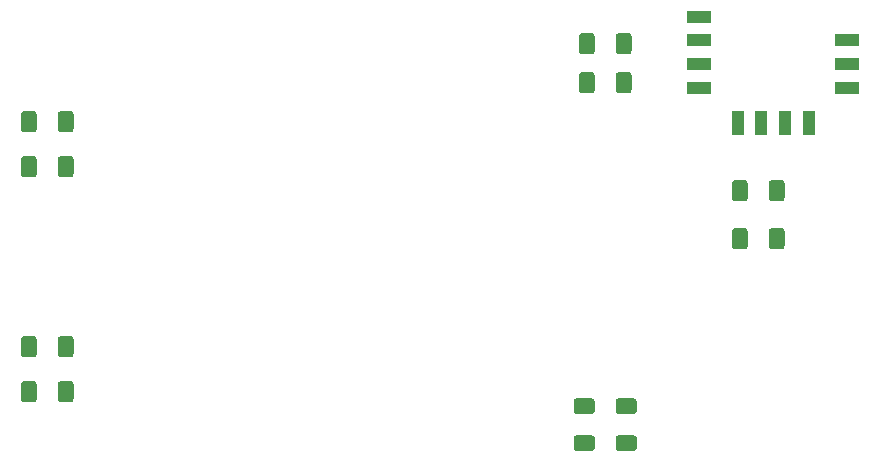
<source format=gtp>
G04 #@! TF.GenerationSoftware,KiCad,Pcbnew,(5.1.10)-1*
G04 #@! TF.CreationDate,2021-11-19T16:29:16+01:00*
G04 #@! TF.ProjectId,WeatherStation,57656174-6865-4725-9374-6174696f6e2e,rev?*
G04 #@! TF.SameCoordinates,Original*
G04 #@! TF.FileFunction,Paste,Top*
G04 #@! TF.FilePolarity,Positive*
%FSLAX46Y46*%
G04 Gerber Fmt 4.6, Leading zero omitted, Abs format (unit mm)*
G04 Created by KiCad (PCBNEW (5.1.10)-1) date 2021-11-19 16:29:16*
%MOMM*%
%LPD*%
G01*
G04 APERTURE LIST*
%ADD10R,2.000000X1.000000*%
%ADD11R,1.000000X2.000000*%
G04 APERTURE END LIST*
G36*
G01*
X91043999Y-92594000D02*
X92344001Y-92594000D01*
G75*
G02*
X92594000Y-92843999I0J-249999D01*
G01*
X92594000Y-93669001D01*
G75*
G02*
X92344001Y-93919000I-249999J0D01*
G01*
X91043999Y-93919000D01*
G75*
G02*
X90794000Y-93669001I0J249999D01*
G01*
X90794000Y-92843999D01*
G75*
G02*
X91043999Y-92594000I249999J0D01*
G01*
G37*
G36*
G01*
X91043999Y-89469000D02*
X92344001Y-89469000D01*
G75*
G02*
X92594000Y-89718999I0J-249999D01*
G01*
X92594000Y-90544001D01*
G75*
G02*
X92344001Y-90794000I-249999J0D01*
G01*
X91043999Y-90794000D01*
G75*
G02*
X90794000Y-90544001I0J249999D01*
G01*
X90794000Y-89718999D01*
G75*
G02*
X91043999Y-89469000I249999J0D01*
G01*
G37*
G36*
G01*
X90816000Y-63388001D02*
X90816000Y-62087999D01*
G75*
G02*
X91065999Y-61838000I249999J0D01*
G01*
X91891001Y-61838000D01*
G75*
G02*
X92141000Y-62087999I0J-249999D01*
G01*
X92141000Y-63388001D01*
G75*
G02*
X91891001Y-63638000I-249999J0D01*
G01*
X91065999Y-63638000D01*
G75*
G02*
X90816000Y-63388001I0J249999D01*
G01*
G37*
G36*
G01*
X87691000Y-63388001D02*
X87691000Y-62087999D01*
G75*
G02*
X87940999Y-61838000I249999J0D01*
G01*
X88766001Y-61838000D01*
G75*
G02*
X89016000Y-62087999I0J-249999D01*
G01*
X89016000Y-63388001D01*
G75*
G02*
X88766001Y-63638000I-249999J0D01*
G01*
X87940999Y-63638000D01*
G75*
G02*
X87691000Y-63388001I0J249999D01*
G01*
G37*
G36*
G01*
X87487999Y-92594000D02*
X88788001Y-92594000D01*
G75*
G02*
X89038000Y-92843999I0J-249999D01*
G01*
X89038000Y-93669001D01*
G75*
G02*
X88788001Y-93919000I-249999J0D01*
G01*
X87487999Y-93919000D01*
G75*
G02*
X87238000Y-93669001I0J249999D01*
G01*
X87238000Y-92843999D01*
G75*
G02*
X87487999Y-92594000I249999J0D01*
G01*
G37*
G36*
G01*
X87487999Y-89469000D02*
X88788001Y-89469000D01*
G75*
G02*
X89038000Y-89718999I0J-249999D01*
G01*
X89038000Y-90544001D01*
G75*
G02*
X88788001Y-90794000I-249999J0D01*
G01*
X87487999Y-90794000D01*
G75*
G02*
X87238000Y-90544001I0J249999D01*
G01*
X87238000Y-89718999D01*
G75*
G02*
X87487999Y-89469000I249999J0D01*
G01*
G37*
G36*
G01*
X90816000Y-60086001D02*
X90816000Y-58785999D01*
G75*
G02*
X91065999Y-58536000I249999J0D01*
G01*
X91891001Y-58536000D01*
G75*
G02*
X92141000Y-58785999I0J-249999D01*
G01*
X92141000Y-60086001D01*
G75*
G02*
X91891001Y-60336000I-249999J0D01*
G01*
X91065999Y-60336000D01*
G75*
G02*
X90816000Y-60086001I0J249999D01*
G01*
G37*
G36*
G01*
X87691000Y-60086001D02*
X87691000Y-58785999D01*
G75*
G02*
X87940999Y-58536000I249999J0D01*
G01*
X88766001Y-58536000D01*
G75*
G02*
X89016000Y-58785999I0J-249999D01*
G01*
X89016000Y-60086001D01*
G75*
G02*
X88766001Y-60336000I-249999J0D01*
G01*
X87940999Y-60336000D01*
G75*
G02*
X87691000Y-60086001I0J249999D01*
G01*
G37*
G36*
G01*
X103770000Y-76596001D02*
X103770000Y-75295999D01*
G75*
G02*
X104019999Y-75046000I249999J0D01*
G01*
X104845001Y-75046000D01*
G75*
G02*
X105095000Y-75295999I0J-249999D01*
G01*
X105095000Y-76596001D01*
G75*
G02*
X104845001Y-76846000I-249999J0D01*
G01*
X104019999Y-76846000D01*
G75*
G02*
X103770000Y-76596001I0J249999D01*
G01*
G37*
G36*
G01*
X100645000Y-76596001D02*
X100645000Y-75295999D01*
G75*
G02*
X100894999Y-75046000I249999J0D01*
G01*
X101720001Y-75046000D01*
G75*
G02*
X101970000Y-75295999I0J-249999D01*
G01*
X101970000Y-76596001D01*
G75*
G02*
X101720001Y-76846000I-249999J0D01*
G01*
X100894999Y-76846000D01*
G75*
G02*
X100645000Y-76596001I0J249999D01*
G01*
G37*
G36*
G01*
X103770000Y-72532001D02*
X103770000Y-71231999D01*
G75*
G02*
X104019999Y-70982000I249999J0D01*
G01*
X104845001Y-70982000D01*
G75*
G02*
X105095000Y-71231999I0J-249999D01*
G01*
X105095000Y-72532001D01*
G75*
G02*
X104845001Y-72782000I-249999J0D01*
G01*
X104019999Y-72782000D01*
G75*
G02*
X103770000Y-72532001I0J249999D01*
G01*
G37*
G36*
G01*
X100645000Y-72532001D02*
X100645000Y-71231999D01*
G75*
G02*
X100894999Y-70982000I249999J0D01*
G01*
X101720001Y-70982000D01*
G75*
G02*
X101970000Y-71231999I0J-249999D01*
G01*
X101970000Y-72532001D01*
G75*
G02*
X101720001Y-72782000I-249999J0D01*
G01*
X100894999Y-72782000D01*
G75*
G02*
X100645000Y-72532001I0J249999D01*
G01*
G37*
G36*
G01*
X41772000Y-84439999D02*
X41772000Y-85740001D01*
G75*
G02*
X41522001Y-85990000I-249999J0D01*
G01*
X40696999Y-85990000D01*
G75*
G02*
X40447000Y-85740001I0J249999D01*
G01*
X40447000Y-84439999D01*
G75*
G02*
X40696999Y-84190000I249999J0D01*
G01*
X41522001Y-84190000D01*
G75*
G02*
X41772000Y-84439999I0J-249999D01*
G01*
G37*
G36*
G01*
X44897000Y-84439999D02*
X44897000Y-85740001D01*
G75*
G02*
X44647001Y-85990000I-249999J0D01*
G01*
X43821999Y-85990000D01*
G75*
G02*
X43572000Y-85740001I0J249999D01*
G01*
X43572000Y-84439999D01*
G75*
G02*
X43821999Y-84190000I249999J0D01*
G01*
X44647001Y-84190000D01*
G75*
G02*
X44897000Y-84439999I0J-249999D01*
G01*
G37*
G36*
G01*
X41772000Y-88249999D02*
X41772000Y-89550001D01*
G75*
G02*
X41522001Y-89800000I-249999J0D01*
G01*
X40696999Y-89800000D01*
G75*
G02*
X40447000Y-89550001I0J249999D01*
G01*
X40447000Y-88249999D01*
G75*
G02*
X40696999Y-88000000I249999J0D01*
G01*
X41522001Y-88000000D01*
G75*
G02*
X41772000Y-88249999I0J-249999D01*
G01*
G37*
G36*
G01*
X44897000Y-88249999D02*
X44897000Y-89550001D01*
G75*
G02*
X44647001Y-89800000I-249999J0D01*
G01*
X43821999Y-89800000D01*
G75*
G02*
X43572000Y-89550001I0J249999D01*
G01*
X43572000Y-88249999D01*
G75*
G02*
X43821999Y-88000000I249999J0D01*
G01*
X44647001Y-88000000D01*
G75*
G02*
X44897000Y-88249999I0J-249999D01*
G01*
G37*
G36*
G01*
X41772000Y-65389999D02*
X41772000Y-66690001D01*
G75*
G02*
X41522001Y-66940000I-249999J0D01*
G01*
X40696999Y-66940000D01*
G75*
G02*
X40447000Y-66690001I0J249999D01*
G01*
X40447000Y-65389999D01*
G75*
G02*
X40696999Y-65140000I249999J0D01*
G01*
X41522001Y-65140000D01*
G75*
G02*
X41772000Y-65389999I0J-249999D01*
G01*
G37*
G36*
G01*
X44897000Y-65389999D02*
X44897000Y-66690001D01*
G75*
G02*
X44647001Y-66940000I-249999J0D01*
G01*
X43821999Y-66940000D01*
G75*
G02*
X43572000Y-66690001I0J249999D01*
G01*
X43572000Y-65389999D01*
G75*
G02*
X43821999Y-65140000I249999J0D01*
G01*
X44647001Y-65140000D01*
G75*
G02*
X44897000Y-65389999I0J-249999D01*
G01*
G37*
G36*
G01*
X41772000Y-69199999D02*
X41772000Y-70500001D01*
G75*
G02*
X41522001Y-70750000I-249999J0D01*
G01*
X40696999Y-70750000D01*
G75*
G02*
X40447000Y-70500001I0J249999D01*
G01*
X40447000Y-69199999D01*
G75*
G02*
X40696999Y-68950000I249999J0D01*
G01*
X41522001Y-68950000D01*
G75*
G02*
X41772000Y-69199999I0J-249999D01*
G01*
G37*
G36*
G01*
X44897000Y-69199999D02*
X44897000Y-70500001D01*
G75*
G02*
X44647001Y-70750000I-249999J0D01*
G01*
X43821999Y-70750000D01*
G75*
G02*
X43572000Y-70500001I0J249999D01*
G01*
X43572000Y-69199999D01*
G75*
G02*
X43821999Y-68950000I249999J0D01*
G01*
X44647001Y-68950000D01*
G75*
G02*
X44897000Y-69199999I0J-249999D01*
G01*
G37*
D10*
X110390000Y-63158000D03*
X110390000Y-61158000D03*
X110390000Y-59158000D03*
D11*
X107140000Y-66158000D03*
X105140000Y-66158000D03*
X103140000Y-66158000D03*
X101140000Y-66158000D03*
D10*
X97890000Y-57158000D03*
X97890000Y-63158000D03*
X97890000Y-61158000D03*
X97890000Y-59158000D03*
M02*

</source>
